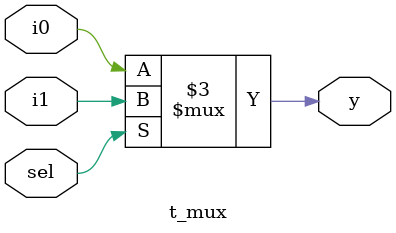
<source format=v>
module t_mux (input i0 , input i1 , input sel , output reg y);
always @ (*)
begin
  if(sel)
    y <= i1;
  else
    y <= i0;
end
endmodule


</source>
